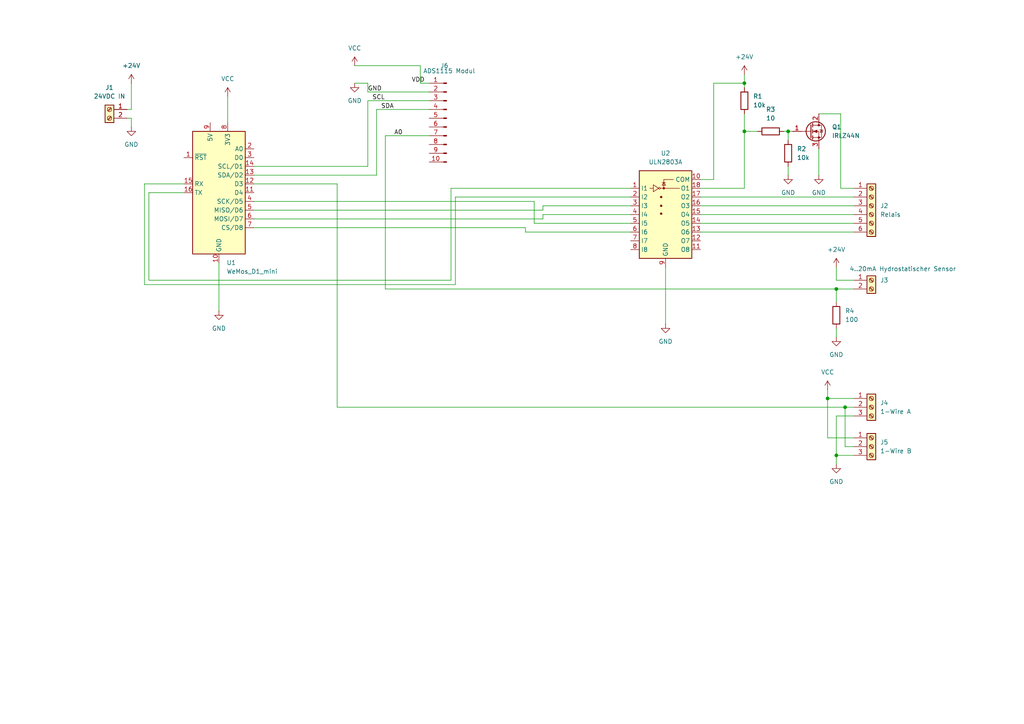
<source format=kicad_sch>
(kicad_sch (version 20231120) (generator "eeschema") (generator_version "8.0")
  (paper "A4")
  (lib_symbols
    (symbol "Connector:Conn_01x10_Pin" (pin_names (offset 1.016) hide)
      (property "Reference" "J" (at 0 12.7 0))
      (property "Value" "Conn_01x10_Pin" (at 0 -15.24 0))
      (symbol "Conn_01x10_Pin_1_1"
        (polyline (pts (xy 1.27 -12.7) (xy 0.8636 -12.7)) (stroke (width 0.1524)))
        (polyline (pts (xy 1.27 -10.16) (xy 0.8636 -10.16)) (stroke (width 0.1524)))
        (polyline (pts (xy 1.27 -7.62) (xy 0.8636 -7.62)) (stroke (width 0.1524)))
        (polyline (pts (xy 1.27 -5.08) (xy 0.8636 -5.08)) (stroke (width 0.1524)))
        (polyline (pts (xy 1.27 -2.54) (xy 0.8636 -2.54)) (stroke (width 0.1524)))
        (polyline (pts (xy 1.27 0) (xy 0.8636 0)) (stroke (width 0.1524)))
        (polyline (pts (xy 1.27 2.54) (xy 0.8636 2.54)) (stroke (width 0.1524)))
        (polyline (pts (xy 1.27 5.08) (xy 0.8636 5.08)) (stroke (width 0.1524)))
        (polyline (pts (xy 1.27 7.62) (xy 0.8636 7.62)) (stroke (width 0.1524)))
        (polyline (pts (xy 1.27 10.16) (xy 0.8636 10.16)) (stroke (width 0.1524)))
        (rectangle (start 0.8636 -12.573) (end 0 -12.827) (stroke (width 0.1524)) (fill (type outline)))
        (rectangle (start 0.8636 -10.033) (end 0 -10.287) (stroke (width 0.1524)) (fill (type outline)))
        (rectangle (start 0.8636 -7.493) (end 0 -7.747) (stroke (width 0.1524)) (fill (type outline)))
        (rectangle (start 0.8636 -4.953) (end 0 -5.207) (stroke (width 0.1524)) (fill (type outline)))
        (rectangle (start 0.8636 -2.413) (end 0 -2.667) (stroke (width 0.1524)) (fill (type outline)))
        (rectangle (start 0.8636 0.127) (end 0 -0.127) (stroke (width 0.1524)) (fill (type outline)))
        (rectangle (start 0.8636 2.667) (end 0 2.413) (stroke (width 0.1524)) (fill (type outline)))
        (rectangle (start 0.8636 5.207) (end 0 4.953) (stroke (width 0.1524)) (fill (type outline)))
        (rectangle (start 0.8636 7.747) (end 0 7.493) (stroke (width 0.1524)) (fill (type outline)))
        (rectangle (start 0.8636 10.287) (end 0 10.033) (stroke (width 0.1524)) (fill (type outline)))
        (pin passive line (at 5.08 10.16 180) (length 3.81) (name "Pin_1") (number "1"))
        (pin passive line (at 5.08 -12.7 180) (length 3.81) (name "Pin_10") (number "10"))
        (pin passive line (at 5.08 7.62 180) (length 3.81) (name "Pin_2") (number "2"))
        (pin passive line (at 5.08 5.08 180) (length 3.81) (name "Pin_3") (number "3"))
        (pin passive line (at 5.08 2.54 180) (length 3.81) (name "Pin_4") (number "4"))
        (pin passive line (at 5.08 0 180) (length 3.81) (name "Pin_5") (number "5"))
        (pin passive line (at 5.08 -2.54 180) (length 3.81) (name "Pin_6") (number "6"))
        (pin passive line (at 5.08 -5.08 180) (length 3.81) (name "Pin_7") (number "7"))
        (pin passive line (at 5.08 -7.62 180) (length 3.81) (name "Pin_8") (number "8"))
        (pin passive line (at 5.08 -10.16 180) (length 3.81) (name "Pin_9") (number "9"))
      )
    )
    (symbol "Connector:Screw_Terminal_01x02" (pin_names (offset 1.016) hide)
      (property "Reference" "J" (at 0 2.54 0))
      (property "Value" "Screw_Terminal_01x02" (at 0 -5.08 0))
      (symbol "Screw_Terminal_01x02_1_1"
        (rectangle (start -1.27 1.27) (end 1.27 -3.81) (stroke (width 0.254)) (fill (type background)))
        (circle (center 0 -2.54) (radius 0.635) (stroke (width 0.1524)))
        (polyline (pts (xy -0.5334 -2.2098) (xy 0.3302 -3.048)) (stroke (width 0.1524)))
        (polyline (pts (xy -0.5334 0.3302) (xy 0.3302 -0.508)) (stroke (width 0.1524)))
        (polyline (pts (xy -0.3556 -2.032) (xy 0.508 -2.8702)) (stroke (width 0.1524)))
        (polyline (pts (xy -0.3556 0.508) (xy 0.508 -0.3302)) (stroke (width 0.1524)))
        (circle (center 0 0) (radius 0.635) (stroke (width 0.1524)))
        (pin passive line (at -5.08 0 0) (length 3.81) (name "Pin_1") (number "1"))
        (pin passive line (at -5.08 -2.54 0) (length 3.81) (name "Pin_2") (number "2"))
      )
    )
    (symbol "Connector:Screw_Terminal_01x03" (pin_names (offset 1.016) hide)
      (property "Reference" "J" (at 0 5.08 0))
      (property "Value" "Screw_Terminal_01x03" (at 0 -5.08 0))
      (symbol "Screw_Terminal_01x03_1_1"
        (rectangle (start -1.27 3.81) (end 1.27 -3.81) (stroke (width 0.254)) (fill (type background)))
        (circle (center 0 -2.54) (radius 0.635) (stroke (width 0.1524)))
        (polyline (pts (xy -0.5334 -2.2098) (xy 0.3302 -3.048)) (stroke (width 0.1524)))
        (polyline (pts (xy -0.5334 0.3302) (xy 0.3302 -0.508)) (stroke (width 0.1524)))
        (polyline (pts (xy -0.5334 2.8702) (xy 0.3302 2.032)) (stroke (width 0.1524)))
        (polyline (pts (xy -0.3556 -2.032) (xy 0.508 -2.8702)) (stroke (width 0.1524)))
        (polyline (pts (xy -0.3556 0.508) (xy 0.508 -0.3302)) (stroke (width 0.1524)))
        (polyline (pts (xy -0.3556 3.048) (xy 0.508 2.2098)) (stroke (width 0.1524)))
        (circle (center 0 0) (radius 0.635) (stroke (width 0.1524)))
        (circle (center 0 2.54) (radius 0.635) (stroke (width 0.1524)))
        (pin passive line (at -5.08 2.54 0) (length 3.81) (name "Pin_1") (number "1"))
        (pin passive line (at -5.08 0 0) (length 3.81) (name "Pin_2") (number "2"))
        (pin passive line (at -5.08 -2.54 0) (length 3.81) (name "Pin_3") (number "3"))
      )
    )
    (symbol "Connector:Screw_Terminal_01x06" (pin_names (offset 1.016) hide)
      (property "Reference" "J" (at 0 7.62 0))
      (property "Value" "Screw_Terminal_01x06" (at 0 -10.16 0))
      (symbol "Screw_Terminal_01x06_1_1"
        (rectangle (start -1.27 6.35) (end 1.27 -8.89) (stroke (width 0.254)) (fill (type background)))
        (circle (center 0 -7.62) (radius 0.635) (stroke (width 0.1524)))
        (circle (center 0 -5.08) (radius 0.635) (stroke (width 0.1524)))
        (circle (center 0 -2.54) (radius 0.635) (stroke (width 0.1524)))
        (polyline (pts (xy -0.5334 -7.2898) (xy 0.3302 -8.128)) (stroke (width 0.1524)))
        (polyline (pts (xy -0.5334 -4.7498) (xy 0.3302 -5.588)) (stroke (width 0.1524)))
        (polyline (pts (xy -0.5334 -2.2098) (xy 0.3302 -3.048)) (stroke (width 0.1524)))
        (polyline (pts (xy -0.5334 0.3302) (xy 0.3302 -0.508)) (stroke (width 0.1524)))
        (polyline (pts (xy -0.5334 2.8702) (xy 0.3302 2.032)) (stroke (width 0.1524)))
        (polyline (pts (xy -0.5334 5.4102) (xy 0.3302 4.572)) (stroke (width 0.1524)))
        (polyline (pts (xy -0.3556 -7.112) (xy 0.508 -7.9502)) (stroke (width 0.1524)))
        (polyline (pts (xy -0.3556 -4.572) (xy 0.508 -5.4102)) (stroke (width 0.1524)))
        (polyline (pts (xy -0.3556 -2.032) (xy 0.508 -2.8702)) (stroke (width 0.1524)))
        (polyline (pts (xy -0.3556 0.508) (xy 0.508 -0.3302)) (stroke (width 0.1524)))
        (polyline (pts (xy -0.3556 3.048) (xy 0.508 2.2098)) (stroke (width 0.1524)))
        (polyline (pts (xy -0.3556 5.588) (xy 0.508 4.7498)) (stroke (width 0.1524)))
        (circle (center 0 0) (radius 0.635) (stroke (width 0.1524)))
        (circle (center 0 2.54) (radius 0.635) (stroke (width 0.1524)))
        (circle (center 0 5.08) (radius 0.635) (stroke (width 0.1524)))
        (pin passive line (at -5.08 5.08 0) (length 3.81) (name "Pin_1") (number "1"))
        (pin passive line (at -5.08 2.54 0) (length 3.81) (name "Pin_2") (number "2"))
        (pin passive line (at -5.08 0 0) (length 3.81) (name "Pin_3") (number "3"))
        (pin passive line (at -5.08 -2.54 0) (length 3.81) (name "Pin_4") (number "4"))
        (pin passive line (at -5.08 -5.08 0) (length 3.81) (name "Pin_5") (number "5"))
        (pin passive line (at -5.08 -7.62 0) (length 3.81) (name "Pin_6") (number "6"))
      )
    )
    (symbol "Device:R" (pin_numbers hide) (pin_names (offset 0))
      (property "Reference" "R" (at 2.032 0 90))
      (property "Value" "R" (at 0 0 90))
      (symbol "R_0_1"
        (rectangle (start -1.016 -2.54) (end 1.016 2.54) (stroke (width 0.254)))
      )
      (symbol "R_1_1"
        (pin passive line (at 0 3.81 270) (length 1.27) (name "~") (number "1"))
        (pin passive line (at 0 -3.81 90) (length 1.27) (name "~") (number "2"))
      )
    )
    (symbol "MCU_Module:WeMos_D1_mini"
      (property "Reference" "U" (at 3.81 19.05 0))
      (property "Value" "WeMos_D1_mini" (at 1.27 -19.05 0))
      (symbol "WeMos_D1_mini_1_1"
        (rectangle (start -7.62 17.78) (end 7.62 -17.78) (stroke (width 0.254)) (fill (type background)))
        (pin input line (at -10.16 10.16 0) (length 2.54) (name "~{RST}") (number "1"))
        (pin power_in line (at 0 -20.32 90) (length 2.54) (name "GND") (number "10"))
        (pin bidirectional line (at 10.16 0 180) (length 2.54) (name "D4") (number "11"))
        (pin bidirectional line (at 10.16 2.54 180) (length 2.54) (name "D3") (number "12"))
        (pin bidirectional line (at 10.16 5.08 180) (length 2.54) (name "SDA/D2") (number "13"))
        (pin bidirectional line (at 10.16 7.62 180) (length 2.54) (name "SCL/D1") (number "14"))
        (pin input line (at -10.16 2.54 0) (length 2.54) (name "RX") (number "15"))
        (pin output line (at -10.16 0 0) (length 2.54) (name "TX") (number "16"))
        (pin input line (at 10.16 12.7 180) (length 2.54) (name "A0") (number "2"))
        (pin bidirectional line (at 10.16 10.16 180) (length 2.54) (name "D0") (number "3"))
        (pin bidirectional line (at 10.16 -2.54 180) (length 2.54) (name "SCK/D5") (number "4"))
        (pin bidirectional line (at 10.16 -5.08 180) (length 2.54) (name "MISO/D6") (number "5"))
        (pin bidirectional line (at 10.16 -7.62 180) (length 2.54) (name "MOSI/D7") (number "6"))
        (pin bidirectional line (at 10.16 -10.16 180) (length 2.54) (name "CS/D8") (number "7"))
        (pin power_out line (at 2.54 20.32 270) (length 2.54) (name "3V3") (number "8"))
        (pin power_in line (at -2.54 20.32 270) (length 2.54) (name "5V") (number "9"))
      )
    )
    (symbol "Transistor_Array:ULN2803A"
      (property "Reference" "U" (at 0 13.335 0))
      (property "Value" "ULN2803A" (at 0 11.43 0))
      (symbol "ULN2803A_0_1"
        (rectangle (start -7.62 -15.24) (end 7.62 10.16) (stroke (width 0.254)) (fill (type background)))
        (circle (center -1.778 5.08) (radius 0.254))
        (circle (center -1.27 -2.286) (radius 0.254) (fill (type outline)))
        (circle (center -1.27 0) (radius 0.254) (fill (type outline)))
        (circle (center -1.27 2.54) (radius 0.254) (fill (type outline)))
        (circle (center -0.508 5.08) (radius 0.254) (fill (type outline)))
        (polyline (pts (xy -4.572 5.08) (xy -3.556 5.08)))
        (polyline (pts (xy -1.524 5.08) (xy 4.064 5.08)))
        (polyline (pts (xy 0 6.731) (xy -1.016 6.731)))
        (polyline (pts (xy -0.508 5.08) (xy -0.508 7.62) (xy 2.286 7.62)))
        (polyline (pts (xy -3.556 6.096) (xy -3.556 4.064) (xy -2.032 5.08) (xy -3.556 6.096)))
        (polyline (pts (xy 0 5.969) (xy -1.016 5.969) (xy -0.508 6.731) (xy 0 5.969)))
      )
      (symbol "ULN2803A_1_1"
        (pin input line (at -10.16 5.08 0) (length 2.54) (name "I1") (number "1"))
        (pin passive line (at 10.16 7.62 180) (length 2.54) (name "COM") (number "10"))
        (pin open_collector line (at 10.16 -12.7 180) (length 2.54) (name "O8") (number "11"))
        (pin open_collector line (at 10.16 -10.16 180) (length 2.54) (name "O7") (number "12"))
        (pin open_collector line (at 10.16 -7.62 180) (length 2.54) (name "O6") (number "13"))
        (pin open_collector line (at 10.16 -5.08 180) (length 2.54) (name "O5") (number "14"))
        (pin open_collector line (at 10.16 -2.54 180) (length 2.54) (name "O4") (number "15"))
        (pin open_collector line (at 10.16 0 180) (length 2.54) (name "O3") (number "16"))
        (pin open_collector line (at 10.16 2.54 180) (length 2.54) (name "O2") (number "17"))
        (pin open_collector line (at 10.16 5.08 180) (length 2.54) (name "O1") (number "18"))
        (pin input line (at -10.16 2.54 0) (length 2.54) (name "I2") (number "2"))
        (pin input line (at -10.16 0 0) (length 2.54) (name "I3") (number "3"))
        (pin input line (at -10.16 -2.54 0) (length 2.54) (name "I4") (number "4"))
        (pin input line (at -10.16 -5.08 0) (length 2.54) (name "I5") (number "5"))
        (pin input line (at -10.16 -7.62 0) (length 2.54) (name "I6") (number "6"))
        (pin input line (at -10.16 -10.16 0) (length 2.54) (name "I7") (number "7"))
        (pin input line (at -10.16 -12.7 0) (length 2.54) (name "I8") (number "8"))
        (pin power_in line (at 0 -17.78 90) (length 2.54) (name "GND") (number "9"))
      )
    )
    (symbol "Transistor_FET:IRLZ44N" (pin_names hide)
      (property "Reference" "Q" (at 5.08 1.905 0))
      (property "Value" "IRLZ44N" (at 5.08 0 0))
      (symbol "IRLZ44N_0_1"
        (polyline (pts (xy 0.254 0) (xy -2.54 0)))
        (polyline (pts (xy 0.254 1.905) (xy 0.254 -1.905)) (stroke (width 0.254)))
        (polyline (pts (xy 0.762 -1.27) (xy 0.762 -2.286)) (stroke (width 0.254)))
        (polyline (pts (xy 0.762 0.508) (xy 0.762 -0.508)) (stroke (width 0.254)))
        (polyline (pts (xy 0.762 2.286) (xy 0.762 1.27)) (stroke (width 0.254)))
        (polyline (pts (xy 2.54 2.54) (xy 2.54 1.778)))
        (polyline (pts (xy 2.54 -2.54) (xy 2.54 0) (xy 0.762 0)))
        (polyline (pts (xy 0.762 -1.778) (xy 3.302 -1.778) (xy 3.302 1.778) (xy 0.762 1.778)))
        (polyline (pts (xy 1.016 0) (xy 2.032 0.381) (xy 2.032 -0.381) (xy 1.016 0)) (fill (type outline)))
        (polyline (pts (xy 2.794 0.508) (xy 2.921 0.381) (xy 3.683 0.381) (xy 3.81 0.254)))
        (polyline (pts (xy 3.302 0.381) (xy 2.921 -0.254) (xy 3.683 -0.254) (xy 3.302 0.381)))
        (circle (center 1.651 0) (radius 2.794) (stroke (width 0.254)))
        (circle (center 2.54 -1.778) (radius 0.254) (fill (type outline)))
        (circle (center 2.54 1.778) (radius 0.254) (fill (type outline)))
      )
      (symbol "IRLZ44N_1_1"
        (pin input line (at -5.08 0 0) (length 2.54) (name "G") (number "1"))
        (pin passive line (at 2.54 5.08 270) (length 2.54) (name "D") (number "2"))
        (pin passive line (at 2.54 -5.08 90) (length 2.54) (name "S") (number "3"))
      )
    )
    (symbol "power:+24V" (power) (pin_numbers hide) (pin_names (offset 0) hide)
      (property "Value" "+24V" (at 0 3.556 0))
      (symbol "+24V_0_1"
        (polyline (pts (xy -0.762 1.27) (xy 0 2.54)))
        (polyline (pts (xy 0 0) (xy 0 2.54)))
        (polyline (pts (xy 0 2.54) (xy 0.762 1.27)))
      )
      (symbol "+24V_1_1"
        (pin power_in line (at 0 0 90) (length 0) (name "~") (number "1"))
      )
    )
    (symbol "power:GND" (power) (pin_numbers hide) (pin_names (offset 0) hide)
      (property "Value" "GND" (at 0 -3.81 0))
      (symbol "GND_0_1"
        (polyline (pts (xy 0 0) (xy 0 -1.27) (xy 1.27 -1.27) (xy 0 -2.54) (xy -1.27 -1.27) (xy 0 -1.27)))
      )
      (symbol "GND_1_1"
        (pin power_in line (at 0 0 270) (length 0) (name "~") (number "1"))
      )
    )
    (symbol "power:VCC" (power) (pin_numbers hide) (pin_names (offset 0) hide)
      (property "Value" "VCC" (at 0 3.556 0))
      (symbol "VCC_0_1"
        (polyline (pts (xy -0.762 1.27) (xy 0 2.54)))
        (polyline (pts (xy 0 0) (xy 0 2.54)))
        (polyline (pts (xy 0 2.54) (xy 0.762 1.27)))
      )
      (symbol "VCC_1_1"
        (pin power_in line (at 0 0 90) (length 0) (name "~") (number "1"))
      )
    )
  )
  (junction (at 215.9 24.13))
  (junction (at 242.57 83.82))
  (junction (at 245.11 118.11))
  (junction (at 240.03 115.57))
  (junction (at 242.57 132.08))
  (junction (at 228.6 38.1))
  (junction (at 215.9 38.1))
  (wire (pts (xy 237.49 43.18) (xy 237.49 50.8)))
  (wire (pts (xy 193.04 77.47) (xy 193.04 93.98)))
  (wire (pts (xy 242.57 134.62) (xy 242.57 132.08)))
  (wire (pts (xy 203.2 64.77) (xy 247.65 64.77)))
  (wire (pts (xy 215.9 24.13) (xy 207.01 24.13)))
  (wire (pts (xy 243.84 33.02) (xy 243.84 54.61)))
  (wire (pts (xy 242.57 81.28) (xy 247.65 81.28)))
  (wire (pts (xy 102.87 19.05) (xy 121.92 19.05)))
  (wire (pts (xy 53.34 53.34) (xy 41.91 53.34)))
  (wire (pts (xy 36.83 31.75) (xy 38.1 31.75)))
  (wire (pts (xy 41.91 53.34) (xy 41.91 82.55)))
  (wire (pts (xy 97.79 118.11) (xy 97.79 53.34)))
  (wire (pts (xy 130.81 81.28) (xy 130.81 54.61)))
  (wire (pts (xy 38.1 34.29) (xy 38.1 36.83)))
  (wire (pts (xy 237.49 33.02) (xy 243.84 33.02)))
  (wire (pts (xy 242.57 120.65) (xy 247.65 120.65)))
  (wire (pts (xy 242.57 132.08) (xy 247.65 132.08)))
  (wire (pts (xy 157.48 62.23) (xy 157.48 63.5)))
  (wire (pts (xy 130.81 54.61) (xy 182.88 54.61)))
  (wire (pts (xy 102.87 24.13) (xy 106.68 24.13)))
  (wire (pts (xy 215.9 33.02) (xy 215.9 38.1)))
  (wire (pts (xy 247.65 129.54) (xy 245.11 129.54)))
  (wire (pts (xy 240.03 115.57) (xy 240.03 127)))
  (wire (pts (xy 73.66 58.42) (xy 154.94 58.42)))
  (wire (pts (xy 152.4 67.31) (xy 152.4 66.04)))
  (wire (pts (xy 121.92 19.05) (xy 121.92 24.13)))
  (wire (pts (xy 245.11 118.11) (xy 97.79 118.11)))
  (wire (pts (xy 109.22 50.8) (xy 109.22 31.75)))
  (wire (pts (xy 245.11 129.54) (xy 245.11 118.11)))
  (wire (pts (xy 242.57 77.47) (xy 242.57 81.28)))
  (wire (pts (xy 207.01 52.07) (xy 203.2 52.07)))
  (wire (pts (xy 111.76 39.37) (xy 111.76 83.82)))
  (wire (pts (xy 73.66 48.26) (xy 106.68 48.26)))
  (wire (pts (xy 106.68 29.21) (xy 124.46 29.21)))
  (wire (pts (xy 106.68 26.67) (xy 124.46 26.67)))
  (wire (pts (xy 66.04 27.94) (xy 66.04 35.56)))
  (wire (pts (xy 182.88 67.31) (xy 152.4 67.31)))
  (wire (pts (xy 43.18 81.28) (xy 130.81 81.28)))
  (wire (pts (xy 121.92 24.13) (xy 124.46 24.13)))
  (wire (pts (xy 36.83 34.29) (xy 38.1 34.29)))
  (wire (pts (xy 154.94 58.42) (xy 154.94 64.77)))
  (wire (pts (xy 215.9 24.13) (xy 215.9 25.4)))
  (wire (pts (xy 109.22 31.75) (xy 124.46 31.75)))
  (wire (pts (xy 43.18 55.88) (xy 43.18 81.28)))
  (wire (pts (xy 73.66 63.5) (xy 157.48 63.5)))
  (wire (pts (xy 243.84 54.61) (xy 247.65 54.61)))
  (wire (pts (xy 63.5 76.2) (xy 63.5 90.17)))
  (wire (pts (xy 215.9 38.1) (xy 215.9 54.61)))
  (wire (pts (xy 247.65 118.11) (xy 245.11 118.11)))
  (wire (pts (xy 228.6 38.1) (xy 229.87 38.1)))
  (wire (pts (xy 73.66 66.04) (xy 152.4 66.04)))
  (wire (pts (xy 38.1 24.13) (xy 38.1 31.75)))
  (wire (pts (xy 227.33 38.1) (xy 228.6 38.1)))
  (wire (pts (xy 157.48 59.69) (xy 182.88 59.69)))
  (wire (pts (xy 132.08 57.15) (xy 182.88 57.15)))
  (wire (pts (xy 154.94 64.77) (xy 182.88 64.77)))
  (wire (pts (xy 228.6 38.1) (xy 228.6 40.64)))
  (wire (pts (xy 203.2 57.15) (xy 247.65 57.15)))
  (wire (pts (xy 247.65 83.82) (xy 242.57 83.82)))
  (wire (pts (xy 97.79 53.34) (xy 73.66 53.34)))
  (wire (pts (xy 203.2 67.31) (xy 247.65 67.31)))
  (wire (pts (xy 242.57 132.08) (xy 242.57 120.65)))
  (wire (pts (xy 111.76 83.82) (xy 242.57 83.82)))
  (wire (pts (xy 106.68 24.13) (xy 106.68 26.67)))
  (wire (pts (xy 215.9 21.59) (xy 215.9 24.13)))
  (wire (pts (xy 41.91 82.55) (xy 132.08 82.55)))
  (wire (pts (xy 207.01 24.13) (xy 207.01 52.07)))
  (wire (pts (xy 73.66 50.8) (xy 109.22 50.8)))
  (wire (pts (xy 106.68 48.26) (xy 106.68 29.21)))
  (wire (pts (xy 157.48 62.23) (xy 182.88 62.23)))
  (wire (pts (xy 242.57 83.82) (xy 242.57 87.63)))
  (wire (pts (xy 242.57 95.25) (xy 242.57 97.79)))
  (wire (pts (xy 157.48 60.96) (xy 157.48 59.69)))
  (wire (pts (xy 124.46 39.37) (xy 111.76 39.37)))
  (wire (pts (xy 132.08 82.55) (xy 132.08 57.15)))
  (wire (pts (xy 203.2 62.23) (xy 247.65 62.23)))
  (wire (pts (xy 240.03 115.57) (xy 247.65 115.57)))
  (wire (pts (xy 73.66 60.96) (xy 157.48 60.96)))
  (wire (pts (xy 203.2 54.61) (xy 215.9 54.61)))
  (wire (pts (xy 203.2 59.69) (xy 247.65 59.69)))
  (wire (pts (xy 53.34 55.88) (xy 43.18 55.88)))
  (wire (pts (xy 240.03 127) (xy 247.65 127)))
  (wire (pts (xy 228.6 48.26) (xy 228.6 50.8)))
  (wire (pts (xy 215.9 38.1) (xy 219.71 38.1)))
  (wire (pts (xy 240.03 113.03) (xy 240.03 115.57)))
  (label "VDD" (at 123.19 24.13 180))
  (label "SCL" (at 107.95 29.21 0))
  (label "A0" (at 114.3 39.37 0))
  (label "GND" (at 106.68 26.67 0))
  (label "SDA" (at 110.49 31.75 0))
  (symbol (lib_id "power:VCC") (at 66.04 27.94 0) (unit 1)
    (property "Reference" "#PWR03" (effects (hide yes)))
    (property "Value" "VCC" (at 66.04 22.86 0))
    (property "Description" "Power symbol creates a global label with name \"VCC\"" (effects (hide yes)))
  )
  (symbol (lib_id "Device:R") (at 215.9 29.21 0) (unit 1)
    (property "Reference" "R1" (at 218.44 27.9399 0) (effects (justify left)))
    (property "Value" "10k" (at 218.44 30.4799 0) (effects (justify left)))
    (property "Footprint" "Resistor_THT:R_Axial_DIN0207_L6.3mm_D2.5mm_P7.62mm_Horizontal" (effects (hide yes)))
    (property "Description" "Resistor" (effects (hide yes)))
  )
  (symbol (lib_id "power:VCC") (at 240.03 113.03 0) (unit 1)
    (property "Reference" "#PWR013" (effects (hide yes)))
    (property "Value" "VCC" (at 240.03 107.95 0))
    (property "Description" "Power symbol creates a global label with name \"VCC\"" (effects (hide yes)))
  )
  (symbol (lib_id "power:+24V") (at 215.9 21.59 0) (unit 1)
    (property "Reference" "#PWR010" (effects (hide yes)))
    (property "Value" "+24V" (at 215.9 16.51 0))
    (property "Description" "Power symbol creates a global label with name \"+24V\"" (effects (hide yes)))
  )
  (symbol (lib_id "power:GND") (at 228.6 50.8 0) (unit 1)
    (property "Reference" "#PWR08" (effects (hide yes)))
    (property "Value" "GND" (at 228.6 55.88 0))
    (property "Description" "Power symbol creates a global label with name \"GND\" , ground" (effects (hide yes)))
  )
  (symbol (lib_id "power:GND") (at 38.1 36.83 0) (unit 1)
    (property "Reference" "#PWR05" (effects (hide yes)))
    (property "Value" "GND" (at 38.1 41.91 0))
    (property "Description" "Power symbol creates a global label with name \"GND\" , ground" (effects (hide yes)))
  )
  (symbol (lib_id "Device:R") (at 228.6 44.45 0) (unit 1)
    (property "Reference" "R2" (at 231.14 43.1799 0) (effects (justify left)))
    (property "Value" "10k" (at 231.14 45.7199 0) (effects (justify left)))
    (property "Footprint" "Resistor_THT:R_Axial_DIN0207_L6.3mm_D2.5mm_P7.62mm_Horizontal" (effects (hide yes)))
    (property "Description" "Resistor" (effects (hide yes)))
  )
  (symbol (lib_id "Connector:Screw_Terminal_01x03") (at 252.73 129.54 0) (unit 1)
    (property "Reference" "J5" (at 255.27 128.2699 0) (effects (justify left)))
    (property "Value" "1-Wire B" (at 255.27 130.8099 0) (effects (justify left)))
    (property "Footprint" "TerminalBlock_Phoenix:TerminalBlock_Phoenix_MKDS-3-3-5.08_1x03_P5.08mm_Horizontal" (effects (hide yes)))
    (property "Description" "Generic screw terminal, single row, 01x03, script generated (kicad-library-utils/schlib/autogen/connector/)" (effects (hide yes)))
  )
  (symbol (lib_id "power:GND") (at 237.49 50.8 0) (unit 1)
    (property "Reference" "#PWR07" (effects (hide yes)))
    (property "Value" "GND" (at 237.49 55.88 0))
    (property "Description" "Power symbol creates a global label with name \"GND\" , ground" (effects (hide yes)))
  )
  (symbol (lib_id "Transistor_FET:IRLZ44N") (at 234.95 38.1 0) (unit 1)
    (property "Reference" "Q1" (at 241.3 36.8299 0) (effects (justify left)))
    (property "Value" "IRLZ44N" (at 241.3 39.3699 0) (effects (justify left)))
    (property "Footprint" "Package_TO_SOT_THT:TO-220-3_Vertical" (effects (hide yes)))
    (property "Datasheet" "http://www.irf.com/product-info/datasheets/data/irlz44n.pdf" (effects (hide yes)))
    (property "Description" "47A Id, 55V Vds, 22mOhm Rds Single N-Channel HEXFET Power MOSFET, TO-220AB" (effects (hide yes)))
  )
  (symbol (lib_id "Connector:Screw_Terminal_01x02") (at 31.75 31.75 0) (mirror y) (unit 1)
    (property "Reference" "J1" (at 31.75 25.4 0))
    (property "Value" "24VDC IN" (at 31.75 27.94 0))
    (property "Footprint" "TerminalBlock_Phoenix:TerminalBlock_Phoenix_MKDS-3-2-5.08_1x02_P5.08mm_Horizontal" (effects (hide yes)))
    (property "Description" "Generic screw terminal, single row, 01x02, script generated (kicad-library-utils/schlib/autogen/connector/)" (effects (hide yes)))
  )
  (symbol (lib_id "Connector:Conn_01x10_Pin") (at 129.54 34.29 0) (mirror y) (unit 1)
    (property "Reference" "J6" (at 128.905 19.05 0))
    (property "Value" "ADS1115 Modul" (at 130.302 20.574 0))
    (property "Footprint" "Connector_PinHeader_2.54mm:PinHeader_1x10_P2.54mm_Vertical" (effects (hide yes)))
    (property "Description" "Generic connector, single row, 01x10, script generated" (effects (hide yes)))
  )
  (symbol (lib_id "power:GND") (at 63.5 90.17 0) (unit 1)
    (property "Reference" "#PWR01" (effects (hide yes)))
    (property "Value" "GND" (at 63.5 95.25 0))
    (property "Description" "Power symbol creates a global label with name \"GND\" , ground" (effects (hide yes)))
  )
  (symbol (lib_id "power:GND") (at 102.87 24.13 0) (unit 1)
    (property "Reference" "#PWR09" (effects (hide yes)))
    (property "Value" "GND" (at 102.87 29.21 0))
    (property "Description" "Power symbol creates a global label with name \"GND\" , ground" (effects (hide yes)))
  )
  (symbol (lib_id "Device:R") (at 242.57 91.44 0) (unit 1)
    (property "Reference" "R4" (at 245.11 90.1699 0) (effects (justify left)))
    (property "Value" "100" (at 245.11 92.7099 0) (effects (justify left)))
    (property "Footprint" "Resistor_THT:R_Axial_DIN0207_L6.3mm_D2.5mm_P7.62mm_Horizontal" (effects (hide yes)))
    (property "Description" "Resistor" (effects (hide yes)))
  )
  (symbol (lib_id "power:GND") (at 242.57 134.62 0) (unit 1)
    (property "Reference" "#PWR014" (effects (hide yes)))
    (property "Value" "GND" (at 242.57 139.7 0))
    (property "Description" "Power symbol creates a global label with name \"GND\" , ground" (effects (hide yes)))
  )
  (symbol (lib_id "power:GND") (at 242.57 97.79 0) (unit 1)
    (property "Reference" "#PWR012" (effects (hide yes)))
    (property "Value" "GND" (at 242.57 102.87 0))
    (property "Description" "Power symbol creates a global label with name \"GND\" , ground" (effects (hide yes)))
  )
  (symbol (lib_id "Connector:Screw_Terminal_01x06") (at 252.73 59.69 0) (unit 1)
    (property "Reference" "J2" (at 255.27 59.6899 0) (effects (justify left)))
    (property "Value" "Relais" (at 255.27 62.2299 0) (effects (justify left)))
    (property "Footprint" "TerminalBlock_Phoenix:TerminalBlock_Phoenix_MKDS-3-6-5.08_1x06_P5.08mm_Horizontal" (effects (hide yes)))
    (property "Description" "Generic screw terminal, single row, 01x06, script generated (kicad-library-utils/schlib/autogen/connector/)" (effects (hide yes)))
  )
  (symbol (lib_id "power:GND") (at 193.04 93.98 0) (unit 1)
    (property "Reference" "#PWR02" (effects (hide yes)))
    (property "Value" "GND" (at 193.04 99.06 0))
    (property "Description" "Power symbol creates a global label with name \"GND\" , ground" (effects (hide yes)))
  )
  (symbol (lib_id "Connector:Screw_Terminal_01x03") (at 252.73 118.11 0) (unit 1)
    (property "Reference" "J4" (at 255.27 116.8399 0) (effects (justify left)))
    (property "Value" "1-Wire A" (at 255.27 119.3799 0) (effects (justify left)))
    (property "Footprint" "TerminalBlock_Phoenix:TerminalBlock_Phoenix_MKDS-3-3-5.08_1x03_P5.08mm_Horizontal" (effects (hide yes)))
    (property "Description" "Generic screw terminal, single row, 01x03, script generated (kicad-library-utils/schlib/autogen/connector/)" (effects (hide yes)))
  )
  (symbol (lib_id "MCU_Module:WeMos_D1_mini") (at 63.5 55.88 0) (unit 1)
    (property "Reference" "U1" (at 65.6941 76.2 0) (effects (justify left)))
    (property "Value" "WeMos_D1_mini" (at 65.6941 78.74 0) (effects (justify left)))
    (property "Footprint" "Module:WEMOS_D1_mini_light" (effects (hide yes)))
    (property "Datasheet" "https://wiki.wemos.cc/products:d1:d1_mini#documentation" (effects (hide yes)))
    (property "Description" "32-bit microcontroller module with WiFi" (effects (hide yes)))
  )
  (symbol (lib_id "power:VCC") (at 102.87 19.05 0) (unit 1)
    (property "Reference" "#PWR015" (effects (hide yes)))
    (property "Value" "VCC" (at 102.87 13.97 0))
    (property "Description" "Power symbol creates a global label with name \"VCC\"" (effects (hide yes)))
  )
  (symbol (lib_id "Transistor_Array:ULN2803A") (at 193.04 59.69 0) (unit 1)
    (property "Reference" "U2" (at 193.04 44.45 0))
    (property "Value" "ULN2803A" (at 193.04 46.99 0))
    (property "Footprint" "Package_DIP:DIP-18_W7.62mm" (effects (hide yes)))
    (property "Datasheet" "http://www.ti.com/lit/ds/symlink/uln2803a.pdf" (effects (hide yes)))
    (property "Description" "Darlington Transistor Arrays, SOIC18/DIP18" (effects (hide yes)))
  )
  (symbol (lib_id "power:+24V") (at 38.1 24.13 0) (unit 1)
    (property "Reference" "#PWR06" (effects (hide yes)))
    (property "Value" "+24V" (at 38.1 19.05 0))
    (property "Description" "Power symbol creates a global label with name \"+24V\"" (effects (hide yes)))
  )
  (symbol (lib_id "power:+24V") (at 242.57 77.47 0) (unit 1)
    (property "Reference" "#PWR011" (effects (hide yes)))
    (property "Value" "+24V" (at 242.57 72.39 0))
    (property "Description" "Power symbol creates a global label with name \"+24V\"" (effects (hide yes)))
  )
  (symbol (lib_id "Connector:Screw_Terminal_01x02") (at 252.73 81.28 0) (unit 1)
    (property "Reference" "J3" (at 255.27 81.2799 0) (effects (justify left)))
    (property "Value" "4..20mA Hydrostatischer Sensor" (at 246.38 77.978 0) (effects (justify left)))
    (property "Footprint" "TerminalBlock_Phoenix:TerminalBlock_Phoenix_MKDS-3-2-5.08_1x02_P5.08mm_Horizontal" (effects (hide yes)))
    (property "Description" "Generic screw terminal, single row, 01x02, script generated (kicad-library-utils/schlib/autogen/connector/)" (effects (hide yes)))
  )
  (symbol (lib_id "Device:R") (at 223.52 38.1 90) (unit 1)
    (property "Reference" "R3" (at 223.52 31.75 90))
    (property "Value" "10" (at 223.52 34.29 90))
    (property "Footprint" "Resistor_THT:R_Axial_DIN0207_L6.3mm_D2.5mm_P7.62mm_Horizontal" (effects (hide yes)))
    (property "Description" "Resistor" (effects (hide yes)))
  )
)
</source>
